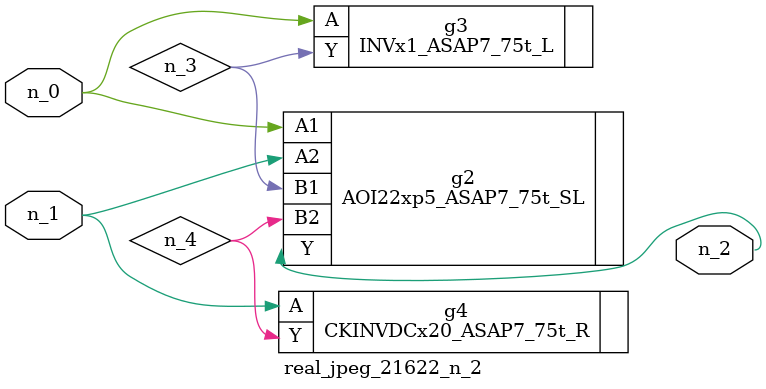
<source format=v>
module real_jpeg_21622_n_2 (n_1, n_0, n_2);

input n_1;
input n_0;

output n_2;

wire n_4;
wire n_3;

AOI22xp5_ASAP7_75t_SL g2 ( 
.A1(n_0),
.A2(n_1),
.B1(n_3),
.B2(n_4),
.Y(n_2)
);

INVx1_ASAP7_75t_L g3 ( 
.A(n_0),
.Y(n_3)
);

CKINVDCx20_ASAP7_75t_R g4 ( 
.A(n_1),
.Y(n_4)
);


endmodule
</source>
